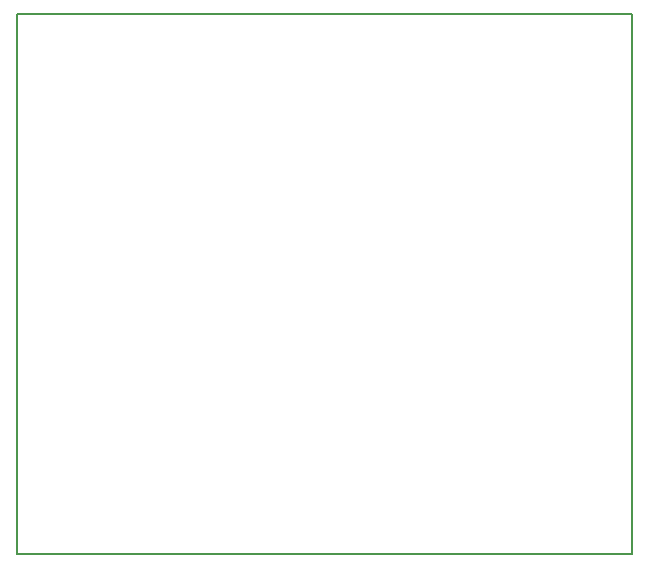
<source format=gbr>
G04 #@! TF.GenerationSoftware,KiCad,Pcbnew,(5.0.1-3-g963ef8bb5)*
G04 #@! TF.CreationDate,2018-12-19T16:23:04+08:00*
G04 #@! TF.ProjectId,24-LED-board,32342D4C45442D626F6172642E6B6963,1.0*
G04 #@! TF.SameCoordinates,Original*
G04 #@! TF.FileFunction,Profile,NP*
%FSLAX46Y46*%
G04 Gerber Fmt 4.6, Leading zero omitted, Abs format (unit mm)*
G04 Created by KiCad (PCBNEW (5.0.1-3-g963ef8bb5)) date 2018 December 19, Wednesday 16:23:04*
%MOMM*%
%LPD*%
G01*
G04 APERTURE LIST*
%ADD10C,0.200000*%
G04 APERTURE END LIST*
D10*
X63500000Y-128270000D02*
X63500000Y-82550000D01*
X115570000Y-128270000D02*
X63500000Y-128270000D01*
X115570000Y-82550000D02*
X115570000Y-128270000D01*
X63500000Y-82550000D02*
X115570000Y-82550000D01*
M02*

</source>
